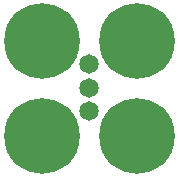
<source format=gts>
G04 #@! TF.FileFunction,Soldermask,Top*
%FSLAX46Y46*%
G04 Gerber Fmt 4.6, Leading zero omitted, Abs format (unit mm)*
G04 Created by KiCad (PCBNEW 4.0.1-3.201512221402+6198~38~ubuntu14.04.1-stable) date Tue 01 Mar 2016 10:18:30 PM PST*
%MOMM*%
G01*
G04 APERTURE LIST*
%ADD10C,0.100000*%
%ADD11C,6.400000*%
%ADD12C,1.650000*%
G04 APERTURE END LIST*
D10*
D11*
X135500000Y-85500000D03*
D12*
X131450000Y-89425000D03*
X131450000Y-87425000D03*
X131450000Y-91425000D03*
D11*
X135500000Y-93500000D03*
X127500000Y-85500000D03*
X127500000Y-93500000D03*
M02*

</source>
